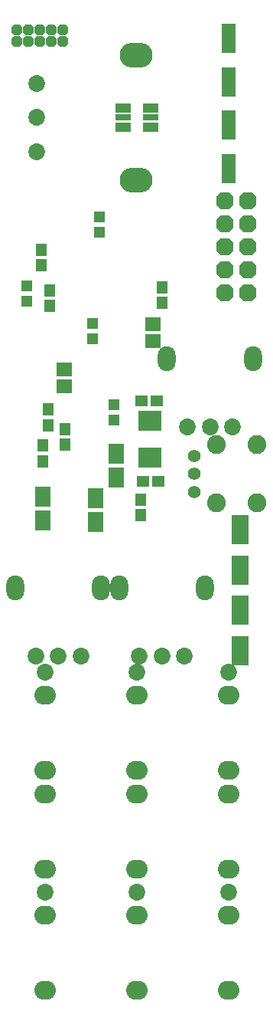
<source format=gbs>
G04 DipTrace 3.2.0.1*
G04 Mwarp.GBS*
%MOIN*%
G04 #@! TF.FileFunction,Soldermask,Bot*
G04 #@! TF.Part,Single*
%AMOUTLINE1*
4,1,4,
0.035496,-0.062071,
-0.035496,-0.062071,
-0.035496,0.062071,
0.035496,0.062071,
0.035496,-0.062071,
0*%
%AMOUTLINE4*
4,1,4,
0.031559,0.063055,
0.031559,-0.063055,
-0.031559,-0.063055,
-0.031559,0.063055,
0.031559,0.063055,
0*%
%AMOUTLINE7*
4,1,4,
-0.031559,-0.063055,
-0.031559,0.063055,
0.031559,0.063055,
0.031559,-0.063055,
-0.031559,-0.063055,
0*%
%AMOUTLINE10*
4,1,4,
-0.023685,0.025654,
0.023685,0.025654,
0.023685,-0.025654,
-0.023685,-0.025654,
-0.023685,0.025654,
0*%
%AMOUTLINE13*
4,1,4,
-0.025654,-0.023685,
-0.025654,0.023685,
0.025654,0.023685,
0.025654,-0.023685,
-0.025654,-0.023685,
0*%
%AMOUTLINE16*
4,1,4,
0.025654,0.023685,
0.025654,-0.023685,
-0.025654,-0.023685,
-0.025654,0.023685,
0.025654,0.023685,
0*%
%AMOUTLINE19*
4,1,4,
0.023685,-0.025654,
-0.023685,-0.025654,
-0.023685,0.025654,
0.023685,0.025654,
0.023685,-0.025654,
0*%
%AMOUTLINE22*
4,1,4,
0.033528,-0.029591,
-0.033528,-0.029591,
-0.033528,0.029591,
0.033528,0.029591,
0.033528,-0.029591,
0*%
%AMOUTLINE25*
4,1,4,
0.033528,0.04337,
0.033528,-0.04337,
-0.033528,-0.04337,
-0.033528,0.04337,
0.033528,0.04337,
0*%
%AMOUTLINE61*
4,1,8,
-0.024325,0.010075,
-0.010075,0.024325,
0.010075,0.024325,
0.024325,0.010075,
0.024325,-0.010075,
0.010075,-0.024325,
-0.010075,-0.024325,
-0.024325,-0.010075,
-0.024325,0.010075,
0*%
%AMOUTLINE64*
4,1,8,
-0.015816,-0.038184,
-0.038184,-0.015816,
-0.038184,0.015816,
-0.015816,0.038184,
0.015816,0.038184,
0.038184,0.015816,
0.038184,-0.015816,
0.015816,-0.038184,
-0.015816,-0.038184,
0*%
%AMOUTLINE73*
4,1,4,
-0.051244,-0.04337,
-0.051244,0.04337,
0.051244,0.04337,
0.051244,-0.04337,
-0.051244,-0.04337,
0*%
%ADD52R,0.065087X0.031622*%
%ADD54R,0.065087X0.039496*%
%ADD58C,0.082*%
%ADD60O,0.078X0.108*%
%ADD62C,0.055559*%
%ADD64R,0.067055X0.059181*%
%ADD66R,0.04737X0.051307*%
%ADD72O,0.093X0.083*%
%ADD74O,0.143X0.108*%
%ADD76C,0.073*%
%ADD82OUTLINE1*%
%ADD85OUTLINE4*%
%ADD88OUTLINE7*%
%ADD91OUTLINE10*%
%ADD94OUTLINE13*%
%ADD97OUTLINE16*%
%ADD100OUTLINE19*%
%ADD103OUTLINE22*%
%ADD106OUTLINE25*%
%ADD142OUTLINE61*%
%ADD145OUTLINE64*%
%ADD154OUTLINE73*%
%FSLAX26Y26*%
G04*
G70*
G90*
G75*
G01*
G04 BotMask*
%LPD*%
D76*
X550930Y4096502D3*
Y4244140D3*
Y4391778D3*
D74*
X984001Y4514612D3*
Y3973667D3*
D72*
X587889Y975889D3*
Y1300889D3*
D76*
Y875889D3*
D72*
Y774889D3*
Y449889D3*
D76*
Y874889D3*
D82*
X1437889Y2452554D3*
Y2275389D3*
D85*
X1387152Y4588628D3*
Y4399652D3*
D82*
X1437889Y2102554D3*
Y1925389D3*
D88*
X1387889Y4023913D3*
Y4212889D3*
D91*
X569889Y3602140D3*
Y3669069D3*
D66*
X506640Y3512889D3*
Y3445960D3*
X822425Y3746675D3*
Y3813604D3*
D100*
X1097889Y3440140D3*
Y3507069D3*
D103*
X669140Y3150194D3*
Y3075390D3*
D100*
X605354Y3424675D3*
Y3491604D3*
D66*
X791889Y3282140D3*
Y3349069D3*
D64*
X1055889Y3346140D3*
Y3271337D3*
D106*
X895889Y2782140D3*
Y2679778D3*
D66*
X885889Y2930140D3*
Y2997069D3*
D94*
X1073569Y3012889D3*
X1006640D3*
D100*
X599889Y2974140D3*
Y2907211D3*
X673889Y2888140D3*
Y2821211D3*
D106*
X575389Y2594140D3*
Y2491778D3*
D100*
Y2750389D3*
Y2817318D3*
D106*
X806640Y2587890D3*
Y2485528D3*
D97*
X1081640Y2662889D3*
X1014711D3*
D100*
X1003889Y2582140D3*
Y2515211D3*
D72*
X1387889Y975640D3*
Y1300640D3*
D76*
Y875640D3*
D72*
X987889Y975889D3*
Y1300889D3*
D76*
Y875889D3*
D142*
X662889Y4625389D3*
Y4575390D3*
X612889Y4625389D3*
Y4575390D3*
X562889Y4625389D3*
Y4575390D3*
X512889Y4625389D3*
Y4575390D3*
X462889Y4625389D3*
Y4575390D3*
D145*
X1369140Y3882140D3*
X1469140D3*
X1369140Y3782140D3*
X1469140D3*
X1369140Y3682140D3*
X1469140D3*
X1369140Y3582140D3*
X1469140D3*
X1369140Y3482140D3*
X1469140D3*
D62*
X1235380Y2772880D3*
Y2694140D3*
Y2615400D3*
D76*
X1193389Y1903140D3*
X1095389Y1902864D3*
X997389Y1903140D3*
D60*
X908389Y2198140D3*
X1282389D3*
D76*
X742389Y1903140D3*
X644389Y1902864D3*
X546389Y1903140D3*
D60*
X457389Y2198140D3*
X831389D3*
D72*
X987889Y1731140D3*
Y1406140D3*
D76*
Y1831140D3*
D72*
X587889Y1731140D3*
Y1406140D3*
D76*
Y1831140D3*
D72*
X1387889Y774889D3*
Y449889D3*
D76*
Y874889D3*
D72*
X987889Y774889D3*
Y449889D3*
D76*
Y874889D3*
X1403043Y2899461D3*
X1305043Y2899186D3*
X1207043Y2899461D3*
D60*
X1118043Y3194461D3*
X1492043D3*
D72*
X1387889Y1731140D3*
Y1406140D3*
D76*
Y1831140D3*
D154*
X1044140Y2925390D3*
Y2765115D3*
D58*
X1511140Y2567640D3*
Y2823640D3*
X1333140Y2567640D3*
Y2823640D3*
D54*
X1047928Y4285478D3*
D52*
Y4244140D3*
D54*
Y4202801D3*
X927850D3*
D52*
Y4244140D3*
D54*
Y4285478D3*
M02*

</source>
